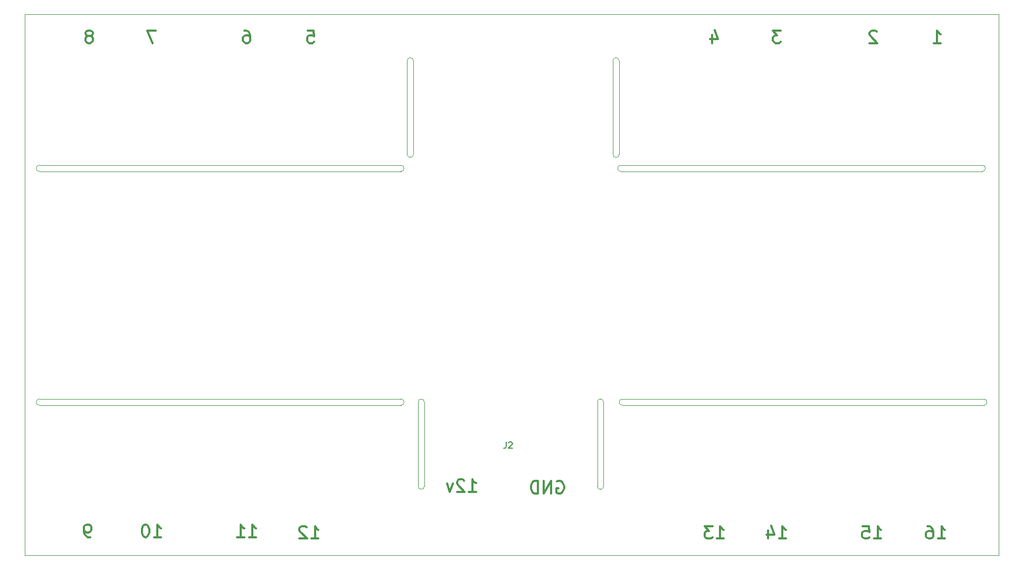
<source format=gbr>
%TF.GenerationSoftware,KiCad,Pcbnew,5.1.9-73d0e3b20d~88~ubuntu20.04.1*%
%TF.CreationDate,2021-03-03T11:34:14+04:00*%
%TF.ProjectId,relay_board,72656c61-795f-4626-9f61-72642e6b6963,rev?*%
%TF.SameCoordinates,Original*%
%TF.FileFunction,Legend,Bot*%
%TF.FilePolarity,Positive*%
%FSLAX46Y46*%
G04 Gerber Fmt 4.6, Leading zero omitted, Abs format (unit mm)*
G04 Created by KiCad (PCBNEW 5.1.9-73d0e3b20d~88~ubuntu20.04.1) date 2021-03-03 11:34:14*
%MOMM*%
%LPD*%
G01*
G04 APERTURE LIST*
%TA.AperFunction,Profile*%
%ADD10C,0.050000*%
%TD*%
%ADD11C,0.300000*%
%TA.AperFunction,Profile*%
%ADD12C,0.100000*%
%TD*%
%ADD13C,0.150000*%
G04 APERTURE END LIST*
D10*
X145750000Y-46500000D02*
X145750000Y-50500000D01*
X146750000Y-46500000D02*
X146750000Y-50500000D01*
X112750000Y-46500000D02*
X112750000Y-50500000D01*
X113750000Y-46500000D02*
X113750000Y-50500000D01*
D11*
X197880952Y-123154761D02*
X199023809Y-123154761D01*
X198452380Y-123154761D02*
X198452380Y-121154761D01*
X198642857Y-121440476D01*
X198833333Y-121630952D01*
X199023809Y-121726190D01*
X196166666Y-121154761D02*
X196547619Y-121154761D01*
X196738095Y-121250000D01*
X196833333Y-121345238D01*
X197023809Y-121630952D01*
X197119047Y-122011904D01*
X197119047Y-122773809D01*
X197023809Y-122964285D01*
X196928571Y-123059523D01*
X196738095Y-123154761D01*
X196357142Y-123154761D01*
X196166666Y-123059523D01*
X196071428Y-122964285D01*
X195976190Y-122773809D01*
X195976190Y-122297619D01*
X196071428Y-122107142D01*
X196166666Y-122011904D01*
X196357142Y-121916666D01*
X196738095Y-121916666D01*
X196928571Y-122011904D01*
X197023809Y-122107142D01*
X197119047Y-122297619D01*
X187630952Y-123154761D02*
X188773809Y-123154761D01*
X188202380Y-123154761D02*
X188202380Y-121154761D01*
X188392857Y-121440476D01*
X188583333Y-121630952D01*
X188773809Y-121726190D01*
X185821428Y-121154761D02*
X186773809Y-121154761D01*
X186869047Y-122107142D01*
X186773809Y-122011904D01*
X186583333Y-121916666D01*
X186107142Y-121916666D01*
X185916666Y-122011904D01*
X185821428Y-122107142D01*
X185726190Y-122297619D01*
X185726190Y-122773809D01*
X185821428Y-122964285D01*
X185916666Y-123059523D01*
X186107142Y-123154761D01*
X186583333Y-123154761D01*
X186773809Y-123059523D01*
X186869047Y-122964285D01*
X172380952Y-123154761D02*
X173523809Y-123154761D01*
X172952380Y-123154761D02*
X172952380Y-121154761D01*
X173142857Y-121440476D01*
X173333333Y-121630952D01*
X173523809Y-121726190D01*
X170666666Y-121821428D02*
X170666666Y-123154761D01*
X171142857Y-121059523D02*
X171619047Y-122488095D01*
X170380952Y-122488095D01*
X162380952Y-123154761D02*
X163523809Y-123154761D01*
X162952380Y-123154761D02*
X162952380Y-121154761D01*
X163142857Y-121440476D01*
X163333333Y-121630952D01*
X163523809Y-121726190D01*
X161714285Y-121154761D02*
X160476190Y-121154761D01*
X161142857Y-121916666D01*
X160857142Y-121916666D01*
X160666666Y-122011904D01*
X160571428Y-122107142D01*
X160476190Y-122297619D01*
X160476190Y-122773809D01*
X160571428Y-122964285D01*
X160666666Y-123059523D01*
X160857142Y-123154761D01*
X161428571Y-123154761D01*
X161619047Y-123059523D01*
X161714285Y-122964285D01*
X97380952Y-123154761D02*
X98523809Y-123154761D01*
X97952380Y-123154761D02*
X97952380Y-121154761D01*
X98142857Y-121440476D01*
X98333333Y-121630952D01*
X98523809Y-121726190D01*
X96619047Y-121345238D02*
X96523809Y-121250000D01*
X96333333Y-121154761D01*
X95857142Y-121154761D01*
X95666666Y-121250000D01*
X95571428Y-121345238D01*
X95476190Y-121535714D01*
X95476190Y-121726190D01*
X95571428Y-122011904D01*
X96714285Y-123154761D01*
X95476190Y-123154761D01*
X87380952Y-122904761D02*
X88523809Y-122904761D01*
X87952380Y-122904761D02*
X87952380Y-120904761D01*
X88142857Y-121190476D01*
X88333333Y-121380952D01*
X88523809Y-121476190D01*
X85476190Y-122904761D02*
X86619047Y-122904761D01*
X86047619Y-122904761D02*
X86047619Y-120904761D01*
X86238095Y-121190476D01*
X86428571Y-121380952D01*
X86619047Y-121476190D01*
X72130952Y-122904761D02*
X73273809Y-122904761D01*
X72702380Y-122904761D02*
X72702380Y-120904761D01*
X72892857Y-121190476D01*
X73083333Y-121380952D01*
X73273809Y-121476190D01*
X70892857Y-120904761D02*
X70702380Y-120904761D01*
X70511904Y-121000000D01*
X70416666Y-121095238D01*
X70321428Y-121285714D01*
X70226190Y-121666666D01*
X70226190Y-122142857D01*
X70321428Y-122523809D01*
X70416666Y-122714285D01*
X70511904Y-122809523D01*
X70702380Y-122904761D01*
X70892857Y-122904761D01*
X71083333Y-122809523D01*
X71178571Y-122714285D01*
X71273809Y-122523809D01*
X71369047Y-122142857D01*
X71369047Y-121666666D01*
X71273809Y-121285714D01*
X71178571Y-121095238D01*
X71083333Y-121000000D01*
X70892857Y-120904761D01*
X61880952Y-122904761D02*
X61500000Y-122904761D01*
X61309523Y-122809523D01*
X61214285Y-122714285D01*
X61023809Y-122428571D01*
X60928571Y-122047619D01*
X60928571Y-121285714D01*
X61023809Y-121095238D01*
X61119047Y-121000000D01*
X61309523Y-120904761D01*
X61690476Y-120904761D01*
X61880952Y-121000000D01*
X61976190Y-121095238D01*
X62071428Y-121285714D01*
X62071428Y-121761904D01*
X61976190Y-121952380D01*
X61880952Y-122047619D01*
X61690476Y-122142857D01*
X61309523Y-122142857D01*
X61119047Y-122047619D01*
X61023809Y-121952380D01*
X60928571Y-121761904D01*
X61940476Y-42511904D02*
X62130952Y-42416666D01*
X62226190Y-42321428D01*
X62321428Y-42130952D01*
X62321428Y-42035714D01*
X62226190Y-41845238D01*
X62130952Y-41750000D01*
X61940476Y-41654761D01*
X61559523Y-41654761D01*
X61369047Y-41750000D01*
X61273809Y-41845238D01*
X61178571Y-42035714D01*
X61178571Y-42130952D01*
X61273809Y-42321428D01*
X61369047Y-42416666D01*
X61559523Y-42511904D01*
X61940476Y-42511904D01*
X62130952Y-42607142D01*
X62226190Y-42702380D01*
X62321428Y-42892857D01*
X62321428Y-43273809D01*
X62226190Y-43464285D01*
X62130952Y-43559523D01*
X61940476Y-43654761D01*
X61559523Y-43654761D01*
X61369047Y-43559523D01*
X61273809Y-43464285D01*
X61178571Y-43273809D01*
X61178571Y-42892857D01*
X61273809Y-42702380D01*
X61369047Y-42607142D01*
X61559523Y-42511904D01*
X72416666Y-41654761D02*
X71083333Y-41654761D01*
X71940476Y-43654761D01*
X86619047Y-41654761D02*
X87000000Y-41654761D01*
X87190476Y-41750000D01*
X87285714Y-41845238D01*
X87476190Y-42130952D01*
X87571428Y-42511904D01*
X87571428Y-43273809D01*
X87476190Y-43464285D01*
X87380952Y-43559523D01*
X87190476Y-43654761D01*
X86809523Y-43654761D01*
X86619047Y-43559523D01*
X86523809Y-43464285D01*
X86428571Y-43273809D01*
X86428571Y-42797619D01*
X86523809Y-42607142D01*
X86619047Y-42511904D01*
X86809523Y-42416666D01*
X87190476Y-42416666D01*
X87380952Y-42511904D01*
X87476190Y-42607142D01*
X87571428Y-42797619D01*
X96773809Y-41654761D02*
X97726190Y-41654761D01*
X97821428Y-42607142D01*
X97726190Y-42511904D01*
X97535714Y-42416666D01*
X97059523Y-42416666D01*
X96869047Y-42511904D01*
X96773809Y-42607142D01*
X96678571Y-42797619D01*
X96678571Y-43273809D01*
X96773809Y-43464285D01*
X96869047Y-43559523D01*
X97059523Y-43654761D01*
X97535714Y-43654761D01*
X97726190Y-43559523D01*
X97821428Y-43464285D01*
X161619047Y-42321428D02*
X161619047Y-43654761D01*
X162095238Y-41559523D02*
X162571428Y-42988095D01*
X161333333Y-42988095D01*
X172666666Y-41654761D02*
X171428571Y-41654761D01*
X172095238Y-42416666D01*
X171809523Y-42416666D01*
X171619047Y-42511904D01*
X171523809Y-42607142D01*
X171428571Y-42797619D01*
X171428571Y-43273809D01*
X171523809Y-43464285D01*
X171619047Y-43559523D01*
X171809523Y-43654761D01*
X172380952Y-43654761D01*
X172571428Y-43559523D01*
X172666666Y-43464285D01*
X188071428Y-41845238D02*
X187976190Y-41750000D01*
X187785714Y-41654761D01*
X187309523Y-41654761D01*
X187119047Y-41750000D01*
X187023809Y-41845238D01*
X186928571Y-42035714D01*
X186928571Y-42226190D01*
X187023809Y-42511904D01*
X188166666Y-43654761D01*
X186928571Y-43654761D01*
X197178571Y-43654761D02*
X198321428Y-43654761D01*
X197750000Y-43654761D02*
X197750000Y-41654761D01*
X197940476Y-41940476D01*
X198130952Y-42130952D01*
X198321428Y-42226190D01*
D10*
X144250000Y-112250000D02*
X144250000Y-114750000D01*
X143250000Y-112250000D02*
X143250000Y-114750000D01*
X114500000Y-101250000D02*
G75*
G02*
X115500000Y-101250000I500000J0D01*
G01*
X115500000Y-114750000D02*
G75*
G02*
X114500000Y-114750000I-500000J0D01*
G01*
X114500000Y-101250000D02*
X114500000Y-114750000D01*
X115500000Y-114750000D02*
X115500000Y-101250000D01*
X143250000Y-101250000D02*
G75*
G02*
X144250000Y-101250000I500000J0D01*
G01*
X144250000Y-114750000D02*
G75*
G02*
X143250000Y-114750000I-500000J0D01*
G01*
X143250000Y-101250000D02*
X143250000Y-112250000D01*
X144250000Y-112250000D02*
X144250000Y-101250000D01*
X112750000Y-46500000D02*
G75*
G02*
X113750000Y-46500000I500000J0D01*
G01*
X113750000Y-61500000D02*
G75*
G02*
X112750000Y-61500000I-500000J0D01*
G01*
X112750000Y-50500000D02*
X112750000Y-61500000D01*
X113750000Y-61500000D02*
X113750000Y-50500000D01*
X145750000Y-46500000D02*
G75*
G02*
X146750000Y-46500000I500000J0D01*
G01*
X146750000Y-61500000D02*
G75*
G02*
X145750000Y-61500000I-500000J0D01*
G01*
X145750000Y-50500000D02*
X145750000Y-61500000D01*
X146750000Y-61500000D02*
X146750000Y-50500000D01*
X53750000Y-64250000D02*
X111750000Y-64250000D01*
X111750000Y-63250000D02*
X53750000Y-63250000D01*
X53750000Y-64250000D02*
G75*
G02*
X53750000Y-63250000I0J500000D01*
G01*
X111750000Y-63250000D02*
G75*
G02*
X111750000Y-64250000I0J-500000D01*
G01*
X53750000Y-101750000D02*
X111750000Y-101750000D01*
X111750000Y-100750000D02*
X53750000Y-100750000D01*
X53750000Y-101750000D02*
G75*
G02*
X53750000Y-100750000I0J500000D01*
G01*
X111750000Y-100750000D02*
G75*
G02*
X111750000Y-101750000I0J-500000D01*
G01*
X147250000Y-101750000D02*
X205250000Y-101750000D01*
X205250000Y-100750000D02*
X147250000Y-100750000D01*
X147250000Y-101750000D02*
G75*
G02*
X147250000Y-100750000I0J500000D01*
G01*
X205250000Y-100750000D02*
G75*
G02*
X205250000Y-101750000I0J-500000D01*
G01*
X147000000Y-64250000D02*
G75*
G02*
X147000000Y-63250000I0J500000D01*
G01*
X205000000Y-63250000D02*
G75*
G02*
X205000000Y-64250000I0J-500000D01*
G01*
X147000000Y-64250000D02*
X205000000Y-64250000D01*
X205000000Y-63250000D02*
X147000000Y-63250000D01*
D12*
X207600000Y-125800000D02*
X51400000Y-125800000D01*
X207600000Y-39000000D02*
X207600000Y-125800000D01*
X51400000Y-125800000D02*
X51400000Y-39000000D01*
X51400000Y-39000000D02*
X207600000Y-39000000D01*
%TO.C,J2*%
D13*
X128612666Y-107652380D02*
X128612666Y-108366666D01*
X128565047Y-108509523D01*
X128469809Y-108604761D01*
X128326952Y-108652380D01*
X128231714Y-108652380D01*
X129041238Y-107747619D02*
X129088857Y-107700000D01*
X129184095Y-107652380D01*
X129422190Y-107652380D01*
X129517428Y-107700000D01*
X129565047Y-107747619D01*
X129612666Y-107842857D01*
X129612666Y-107938095D01*
X129565047Y-108080952D01*
X128993619Y-108652380D01*
X129612666Y-108652380D01*
D11*
X122642857Y-115654761D02*
X123785714Y-115654761D01*
X123214285Y-115654761D02*
X123214285Y-113654761D01*
X123404761Y-113940476D01*
X123595238Y-114130952D01*
X123785714Y-114226190D01*
X121880952Y-113845238D02*
X121785714Y-113750000D01*
X121595238Y-113654761D01*
X121119047Y-113654761D01*
X120928571Y-113750000D01*
X120833333Y-113845238D01*
X120738095Y-114035714D01*
X120738095Y-114226190D01*
X120833333Y-114511904D01*
X121976190Y-115654761D01*
X120738095Y-115654761D01*
X120071428Y-114321428D02*
X119595238Y-115654761D01*
X119119047Y-114321428D01*
X136773809Y-114000000D02*
X136964285Y-113904761D01*
X137250000Y-113904761D01*
X137535714Y-114000000D01*
X137726190Y-114190476D01*
X137821428Y-114380952D01*
X137916666Y-114761904D01*
X137916666Y-115047619D01*
X137821428Y-115428571D01*
X137726190Y-115619047D01*
X137535714Y-115809523D01*
X137250000Y-115904761D01*
X137059523Y-115904761D01*
X136773809Y-115809523D01*
X136678571Y-115714285D01*
X136678571Y-115047619D01*
X137059523Y-115047619D01*
X135821428Y-115904761D02*
X135821428Y-113904761D01*
X134678571Y-115904761D01*
X134678571Y-113904761D01*
X133726190Y-115904761D02*
X133726190Y-113904761D01*
X133250000Y-113904761D01*
X132964285Y-114000000D01*
X132773809Y-114190476D01*
X132678571Y-114380952D01*
X132583333Y-114761904D01*
X132583333Y-115047619D01*
X132678571Y-115428571D01*
X132773809Y-115619047D01*
X132964285Y-115809523D01*
X133250000Y-115904761D01*
X133726190Y-115904761D01*
%TD*%
M02*

</source>
